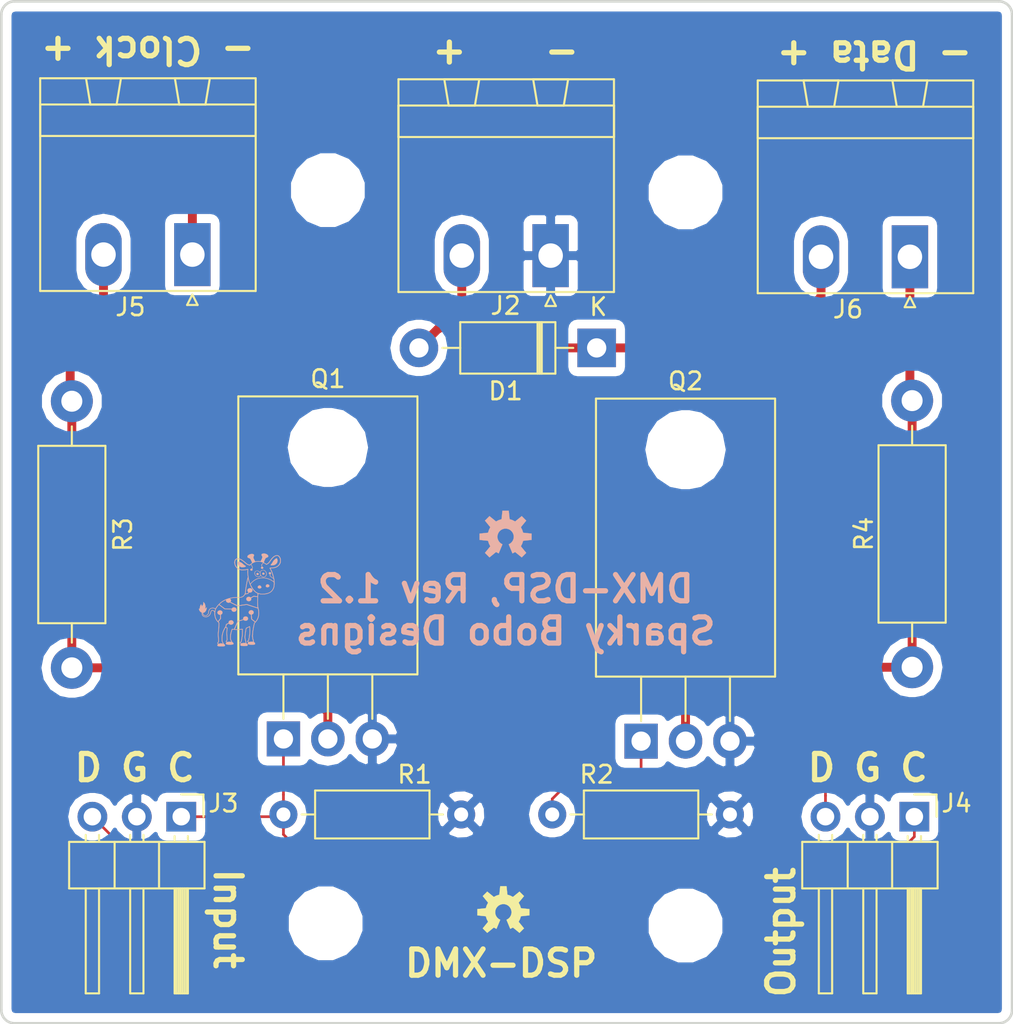
<source format=kicad_pcb>
(kicad_pcb (version 20171130) (host pcbnew "(5.0.0)")
  (title_block (title "DMX Demonstrator - Display-Pro (DMX-DSP)") (date 2020-11-08) (rev 1.2) (company "Sparky Bobo Designs") (comment 2 "Designed by: SparkyBobo") (comment 3 https://creativecommons.org/licenses/by-sa/4.0/) (comment 4 "Released under the Creative Commons Attribution Share-Alike 4.0 License"))
  (layers (0 F.Cu signal) (31 B.Cu signal) (34 B.Paste user) (35 F.Paste user) (36 B.SilkS user) (37 F.SilkS user) (38 B.Mask user) (39 F.Mask user) (44 Edge.Cuts user))
  (net 0 "")
  (net 1 "Net-(D1-Pad2)")
  (net 2 /CLOCK)
  (net 3 GND)
  (net 4 /DATA)
  (net 5 "Net-(J5-Pad1)")
  (net 6 "Net-(J6-Pad1)")
  (net 7 +VDC)
  (module Package_TO_SOT_THT:TO-220-3_Horizontal_TabDown (layer F.Cu) (at 154.686 91.821)
    (fp_text reference Q2 (at 2.54 -20.58) (layer F.SilkS))
    (fp_text value FQP30N06L)
    (pad 3 thru_hole oval (at 5.08 0) (size 1.905 2) (drill 1.1) (layers *.Cu *.Mask) (net 3 GND))
    (pad 2 thru_hole oval (at 2.54 0) (size 1.905 2) (drill 1.1) (layers *.Cu *.Mask) (net 6 "Net-(J6-Pad1)"))
    (pad 1 thru_hole rect (at 0 0) (size 1.905 2) (drill 1.1) (layers *.Cu *.Mask) (net 4 /DATA))
    (pad "" np_thru_hole oval (at 2.54 -16.66) (size 3.5 3.5) (drill 3.5) (layers *.Cu *.Mask))
  )
  (module Package_TO_SOT_THT:TO-220-3_Horizontal_TabDown (layer F.Cu) (at 134.239 91.694)
    (fp_text reference Q1 (at 2.54 -20.58) (layer F.SilkS))
    (fp_text value FQP30N06L)
    (pad "" np_thru_hole oval (at 2.54 -16.66) (size 3.5 3.5) (drill 3.5) (layers *.Cu *.Mask))
    (pad 1 thru_hole rect (at 0 0) (size 1.905 2) (drill 1.1) (layers *.Cu *.Mask) (net 2 /CLOCK))
    (pad 2 thru_hole oval (at 2.54 0) (size 1.905 2) (drill 1.1) (layers *.Cu *.Mask) (net 5 "Net-(J5-Pad1)"))
    (pad 3 thru_hole oval (at 5.08 0) (size 1.905 2) (drill 1.1) (layers *.Cu *.Mask) (net 3 GND))
  )
  (module MountingHole:MountingHole_3.2mm_M3 (layer F.Cu) (at 157.226 60.452)
    (fp_text reference MH2 hide)
    (fp_text value MountingHole)
    (pad 1 np_thru_hole circle (at 0 0) (size 3.2 3.2) (drill 3.2) (layers *.Cu *.Mask))
  )
  (module MountingHole:MountingHole_3.2mm_M3 (layer F.Cu) (at 136.652 102.235 180)
    (fp_text reference MH3 hide)
    (fp_text value MountingHole)
    (pad 1 np_thru_hole circle (at 0 0 180) (size 3.2 3.2) (drill 3.2) (layers *.Cu *.Mask))
  )
  (module MountingHole:MountingHole_3.2mm_M3 (layer F.Cu) (at 157.226 102.362 180)
    (fp_text reference MH4 hide)
    (fp_text value MountingHole)
    (pad 1 np_thru_hole circle (at 0 0 180) (size 3.2 3.2) (drill 3.2) (layers *.Cu *.Mask))
  )
  (module MountingHole:MountingHole_3.2mm_M3 (layer F.Cu) (at 136.779 60.325)
    (fp_text reference MH1 hide)
    (fp_text value MountingHole)
    (pad 1 np_thru_hole circle (at 0 0) (size 3.2 3.2) (drill 3.2) (layers *.Cu *.Mask))
  )
  (module Connector_Phoenix_MSTB:PhoenixContact_MSTBA_2,5_2-G-5,08_1x02_P5.08mm_Horizontal (layer F.Cu) (at 170.053 64.135 180)
    (fp_text reference J6 (at 3.54 -3 180) (layer F.SilkS))
    (fp_text value Data)
    (pad 2 thru_hole oval (at 5.08 0 180) (size 2.08 3.6) (drill 1.4) (layers *.Cu *.Mask) (net 7 +VDC))
    (pad 1 thru_hole rect (at 0 0 180) (size 2.08 3.6) (drill 1.4) (layers *.Cu *.Mask) (net 6 "Net-(J6-Pad1)"))
  )
  (module Connector_Phoenix_MSTB:PhoenixContact_MSTBA_2,5_2-G-5,08_1x02_P5.08mm_Horizontal (layer F.Cu) (at 129.032 64.008 180)
    (fp_text reference J5 (at 3.54 -3 180) (layer F.SilkS))
    (fp_text value Clock)
    (pad 1 thru_hole rect (at 0 0 180) (size 2.08 3.6) (drill 1.4) (layers *.Cu *.Mask) (net 5 "Net-(J5-Pad1)"))
    (pad 2 thru_hole oval (at 5.08 0 180) (size 2.08 3.6) (drill 1.4) (layers *.Cu *.Mask) (net 7 +VDC))
  )
  (module Resistor_THT:R_Axial_DIN0207_L6.3mm_D2.5mm_P10.16mm_Horizontal (layer F.Cu) (at 159.766 96.012 180)
    (fp_text reference R2 (at 7.62 2.286 180) (layer F.SilkS))
    (fp_text value 10k)
    (pad 2 thru_hole oval (at 10.16 0 180) (size 1.6 1.6) (drill 0.8) (layers *.Cu *.Mask) (net 4 /DATA))
    (pad 1 thru_hole circle (at 0 0 180) (size 1.6 1.6) (drill 0.8) (layers *.Cu *.Mask) (net 3 GND))
  )
  (module Resistor_THT:R_Axial_DIN0207_L6.3mm_D2.5mm_P10.16mm_Horizontal (layer F.Cu) (at 144.399 96.012 180)
    (fp_text reference R1 (at 2.667 2.286 180) (layer F.SilkS))
    (fp_text value 10k)
    (pad 1 thru_hole circle (at 0 0 180) (size 1.6 1.6) (drill 0.8) (layers *.Cu *.Mask) (net 3 GND))
    (pad 2 thru_hole oval (at 10.16 0 180) (size 1.6 1.6) (drill 0.8) (layers *.Cu *.Mask) (net 2 /CLOCK))
  )
  (module Resistor_THT:R_Axial_DIN0411_L9.9mm_D3.6mm_P15.24mm_Horizontal (layer F.Cu) (at 170.18 72.355763 270)
    (fp_text reference R4 (at 7.62 2.761942 270) (layer F.SilkS))
    (fp_text value R?)
    (pad 2 thru_hole oval (at 15.24 0 270) (size 2.4 2.4) (drill 1.2) (layers *.Cu *.Mask) (net 6 "Net-(J6-Pad1)"))
    (pad 1 thru_hole circle (at 0 0 270) (size 2.4 2.4) (drill 1.2) (layers *.Cu *.Mask) (net 6 "Net-(J6-Pad1)"))
  )
  (module Resistor_THT:R_Axial_DIN0411_L9.9mm_D3.6mm_P15.24mm_Horizontal (layer F.Cu) (at 122.141942 72.39 270)
    (fp_text reference R3 (at 7.62 -2.92 270) (layer F.SilkS))
    (fp_text value R?)
    (pad 1 thru_hole circle (at 0 0 270) (size 2.4 2.4) (drill 1.2) (layers *.Cu *.Mask) (net 5 "Net-(J5-Pad1)"))
    (pad 2 thru_hole oval (at 15.24 0 270) (size 2.4 2.4) (drill 1.2) (layers *.Cu *.Mask) (net 5 "Net-(J5-Pad1)"))
  )
  (module Connector_Phoenix_MSTB:PhoenixContact_MSTBA_2,5_2-G-5,08_1x02_P5.08mm_Horizontal (layer F.Cu) (at 149.514781 64.067141 180)
    (fp_text reference J2 (at 2.575781 -2.861859 180) (layer F.SilkS))
    (fp_text value POWER)
    (pad 1 thru_hole rect (at 0 0 180) (size 2.08 3.6) (drill 1.4) (layers *.Cu *.Mask) (net 3 GND))
    (pad 2 thru_hole oval (at 5.08 0 180) (size 2.08 3.6) (drill 1.4) (layers *.Cu *.Mask) (net 1 "Net-(D1-Pad2)"))
  )
  (module Connector_PinHeader_2.54mm:PinHeader_1x03_P2.54mm_Horizontal (layer F.Cu) (at 170.307 96.139 270)
    (fp_text reference J4 (at -0.762 -2.413) (layer F.SilkS))
    (fp_text value Output)
    (pad 3 thru_hole oval (at 0 5.08 270) (size 1.7 1.7) (drill 1) (layers *.Cu *.Mask) (net 4 /DATA))
    (pad 2 thru_hole oval (at 0 2.54 270) (size 1.7 1.7) (drill 1) (layers *.Cu *.Mask) (net 3 GND))
    (pad 1 thru_hole rect (at 0 0 270) (size 1.7 1.7) (drill 1) (layers *.Cu *.Mask) (net 2 /CLOCK))
  )
  (module Connector_PinHeader_2.54mm:PinHeader_1x03_P2.54mm_Horizontal (layer F.Cu) (at 128.397 96.139 270)
    (fp_text reference J3 (at -0.762 -2.413) (layer F.SilkS))
    (fp_text value Input)
    (pad 1 thru_hole rect (at 0 0 270) (size 1.7 1.7) (drill 1) (layers *.Cu *.Mask) (net 2 /CLOCK))
    (pad 2 thru_hole oval (at 0 2.54 270) (size 1.7 1.7) (drill 1) (layers *.Cu *.Mask) (net 3 GND))
    (pad 3 thru_hole oval (at 0 5.08 270) (size 1.7 1.7) (drill 1) (layers *.Cu *.Mask) (net 4 /DATA))
  )
  (module Diode_THT:D_DO-41_SOD81_P10.16mm_Horizontal (layer F.Cu) (at 152.146 69.342 180)
    (fp_text reference D1 (at 5.207 -2.47 180) (layer F.SilkS))
    (fp_text value 1N5819)
    (fp_text user K (at -0.091219 2.345141 180) (layer F.SilkS))
    (pad 1 thru_hole rect (at 0 0 180) (size 2.2 2.2) (drill 1.1) (layers *.Cu *.Mask) (net 7 +VDC))
    (pad 2 thru_hole oval (at 10.16 0 180) (size 2.2 2.2) (drill 1.1) (layers *.Cu *.Mask) (net 1 "Net-(D1-Pad2)"))
  )
  (module Aesthetics:OSHW-LOGO-S (layer F.Cu) (at 146.812 101.6)
    (fp_text reference "" (at 0 0) (layer F.SilkS) (effects (font (size 1.524 1.524))))
    (fp_text value "" (at 0 0) (layer F.SilkS) (effects (font (size 1.524 1.524))))
  )
  (module Aesthetics:OSHW-LOGO-S (layer B.Cu) (at 146.939 80.137 180)
    (fp_text reference "" (at 0 0 180) (layer B.SilkS) (effects (font (size 1.524 1.524)) (justify mirror)))
    (fp_text value "" (at 0 0 180) (layer B.SilkS) (effects (font (size 1.524 1.524)) (justify mirror)))
  )
  (module footprints:logo_cr_5x5 (layer B.Cu) (at 131.75 83.75 180)
    (fp_text reference G*** hide)
    (fp_text value LOGO hide)
  )
  (gr_arc (start 118.872 107.188) (end 118.11 107.188) (angle -90) (layer Edge.Cuts) (width 0.15))
  (gr_arc (start 175.133 107.188) (end 175.133 107.95) (angle -90) (layer Edge.Cuts) (width 0.15))
  (gr_arc (start 175.133 50.292) (end 175.895 50.292) (angle -90) (layer Edge.Cuts) (width 0.15))
  (gr_arc (start 118.872 50.292) (end 118.872 49.53) (angle -90) (layer Edge.Cuts) (width 0.15))
  (gr_text "DMX-DSP, Rev 1.2\nSparky Bobo Designs" (at 146.939 84.328) (layer B.SilkS) (effects (font (size 1.5 1.5) (thickness 0.3)) (justify mirror)))
  (gr_text DMX-DSP (at 146.685 104.521) (layer F.SilkS) (effects (font (size 1.5 1.5) (thickness 0.3))))
  (gr_line (start 175.133 49.53) (end 118.872 49.53) (layer Edge.Cuts) (width 0.15))
  (gr_line (start 175.133 107.95) (end 118.872 107.95) (layer Edge.Cuts) (width 0.15))
  (gr_line (start 175.895 50.292) (end 175.895 107.188) (layer Edge.Cuts) (width 0.15))
  (gr_line (start 118.11 50.292) (end 118.11 107.188) (layer Edge.Cuts) (width 0.15))
  (gr_text Output (at 162.687 102.743 90) (layer F.SilkS) (effects (font (size 1.5 1.5) (thickness 0.3))))
  (gr_text Input (at 131.064 101.981 270) (layer F.SilkS) (effects (font (size 1.5 1.5) (thickness 0.3))))
  (gr_text "D G C" (at 167.64 93.345) (layer F.SilkS) (effects (font (size 1.5 1.5) (thickness 0.3))))
  (gr_text "D G C" (at 125.73 93.345) (layer F.SilkS) (effects (font (size 1.5 1.5) (thickness 0.3))))
  (gr_text "- Clock +" (at 126.492 52.324 180) (layer F.SilkS) (effects (font (size 1.5 1.5) (thickness 0.3))))
  (gr_text "- Data +" (at 168.021 52.578 180) (layer F.SilkS) (effects (font (size 1.5 1.5) (thickness 0.3))))
  (gr_text "+    -" (at 146.939 52.324) (layer F.SilkS) (effects (font (size 1.5 1.5) (thickness 0.3))))
  (segment (start 143.12178 68.242001) (end 144.434781 66.929) (width 0.508) (layer F.Cu) (net 1))
  (segment (start 143.085999 68.242001) (end 143.12178 68.242001) (width 0.508) (layer F.Cu) (net 1))
  (segment (start 141.986 69.342) (end 143.085999 68.242001) (width 0.508) (layer F.Cu) (net 1))
  (segment (start 144.434781 66.929) (end 144.434781 64.067141) (width 0.508) (layer F.Cu) (net 1))
  (segment (start 134.239 97.155) (end 134.239 96.012) (width 0.1524) (layer F.Cu) (net 2))
  (segment (start 134.874 97.79) (end 134.239 97.155) (width 0.1524) (layer F.Cu) (net 2))
  (segment (start 169.799 97.79) (end 134.874 97.79) (width 0.1524) (layer F.Cu) (net 2))
  (segment (start 170.307 96.139) (end 170.307 97.282) (width 0.1524) (layer F.Cu) (net 2))
  (segment (start 170.307 97.282) (end 169.799 97.79) (width 0.1524) (layer F.Cu) (net 2))
  (segment (start 134.112 96.139) (end 134.239 96.012) (width 0.1524) (layer F.Cu) (net 2))
  (segment (start 128.397 96.139) (end 134.112 96.139) (width 0.1524) (layer F.Cu) (net 2))
  (segment (start 134.239 94.88063) (end 134.239 91.694) (width 0.1524) (layer F.Cu) (net 2))
  (segment (start 134.239 96.012) (end 134.239 94.88063) (width 0.1524) (layer F.Cu) (net 2))
  (segment (start 163.322 94.488) (end 163.195 94.488) (width 0.1524) (layer F.Cu) (net 4))
  (segment (start 165.227 94.936919) (end 165.227 94.488) (width 0.1524) (layer F.Cu) (net 4))
  (segment (start 165.227 96.139) (end 165.227 94.936919) (width 0.1524) (layer F.Cu) (net 4))
  (segment (start 165.227 94.488) (end 163.195 94.488) (width 0.1524) (layer F.Cu) (net 4))
  (segment (start 149.606 96.012) (end 149.606 95.123) (width 0.1524) (layer F.Cu) (net 4))
  (segment (start 149.606 95.123) (end 150.241 94.488) (width 0.1524) (layer F.Cu) (net 4))
  (segment (start 154.686 91.821) (end 154.686 94.488) (width 0.1524) (layer F.Cu) (net 4))
  (segment (start 150.241 94.488) (end 154.686 94.488) (width 0.1524) (layer F.Cu) (net 4))
  (segment (start 154.686 94.488) (end 163.195 94.488) (width 0.1524) (layer F.Cu) (net 4))
  (segment (start 171.323 94.488) (end 165.227 94.488) (width 0.1524) (layer F.Cu) (net 4))
  (segment (start 171.831 94.996) (end 171.323 94.488) (width 0.1524) (layer F.Cu) (net 4))
  (segment (start 171.831 97.663) (end 171.831 94.996) (width 0.1524) (layer F.Cu) (net 4))
  (segment (start 171.323 98.171) (end 171.831 97.663) (width 0.1524) (layer F.Cu) (net 4))
  (segment (start 123.317 96.139) (end 125.349 98.171) (width 0.1524) (layer F.Cu) (net 4))
  (segment (start 125.349 98.171) (end 171.323 98.171) (width 0.1524) (layer F.Cu) (net 4))
  (segment (start 122.141942 87.63) (end 122.141942 72.39) (width 0.508) (layer F.Cu) (net 5))
  (segment (start 122.047 72.295058) (end 122.141942 72.39) (width 0.508) (layer F.Cu) (net 5))
  (segment (start 122.047 61.341) (end 122.047 72.295058) (width 0.508) (layer F.Cu) (net 5))
  (segment (start 122.936 60.452) (end 122.047 61.341) (width 0.508) (layer F.Cu) (net 5))
  (segment (start 128.143 60.452) (end 122.936 60.452) (width 0.508) (layer F.Cu) (net 5))
  (segment (start 129.032 64.008) (end 129.032 61.341) (width 0.508) (layer F.Cu) (net 5))
  (segment (start 129.032 61.341) (end 128.143 60.452) (width 0.508) (layer F.Cu) (net 5))
  (segment (start 136.779 90.17) (end 136.779 91.694) (width 0.508) (layer F.Cu) (net 5))
  (segment (start 122.141942 87.63) (end 134.239 87.63) (width 0.508) (layer F.Cu) (net 5))
  (segment (start 134.239 87.63) (end 136.779 90.17) (width 0.508) (layer F.Cu) (net 5))
  (segment (start 168.482944 87.595763) (end 170.18 87.595763) (width 0.508) (layer F.Cu) (net 6))
  (segment (start 159.800237 87.595763) (end 168.482944 87.595763) (width 0.508) (layer F.Cu) (net 6))
  (segment (start 157.226 91.821) (end 157.226 90.17) (width 0.508) (layer F.Cu) (net 6))
  (segment (start 157.226 90.17) (end 159.800237 87.595763) (width 0.508) (layer F.Cu) (net 6))
  (segment (start 170.053 72.228763) (end 170.18 72.355763) (width 0.508) (layer F.Cu) (net 6))
  (segment (start 170.053 64.135) (end 170.053 72.228763) (width 0.508) (layer F.Cu) (net 6))
  (segment (start 170.18 87.595763) (end 170.18 72.355763) (width 0.508) (layer F.Cu) (net 6))
  (segment (start 164.211 64.895) (end 164.211 64.135) (width 0.508) (layer F.Cu) (net 7))
  (segment (start 123.952 66.548) (end 123.952 64.008) (width 0.508) (layer F.Cu) (net 7))
  (segment (start 128.778 71.374) (end 123.952 66.548) (width 0.508) (layer F.Cu) (net 7))
  (segment (start 144.907 71.374) (end 128.778 71.374) (width 0.508) (layer F.Cu) (net 7))
  (segment (start 152.146 69.342) (end 146.939 69.342) (width 0.508) (layer F.Cu) (net 7))
  (segment (start 146.939 69.342) (end 144.907 71.374) (width 0.508) (layer F.Cu) (net 7))
  (segment (start 164.973 66.421) (end 164.973 64.135) (width 0.508) (layer F.Cu) (net 7))
  (segment (start 152.146 69.342) (end 162.052 69.342) (width 0.508) (layer F.Cu) (net 7))
  (segment (start 162.052 69.342) (end 164.973 66.421) (width 0.508) (layer F.Cu) (net 7))
  (zone (net 3) (net_name GND) (layer B.Cu) (connect_pads (clearance 0.508)) (min_thickness 0.254) (fill yes (arc_segments 16) (thermal_gap 0.508) (thermal_bridge_width 0.508))
    (polygon (pts (xy 118.237 50.165) (xy 118.745 49.657) (xy 175.26 49.657) (xy 175.768 50.165) (xy 175.768 107.315) (xy 175.26 107.823) (xy 118.745 107.823) (xy 118.237 107.315)))
  )
)
</source>
